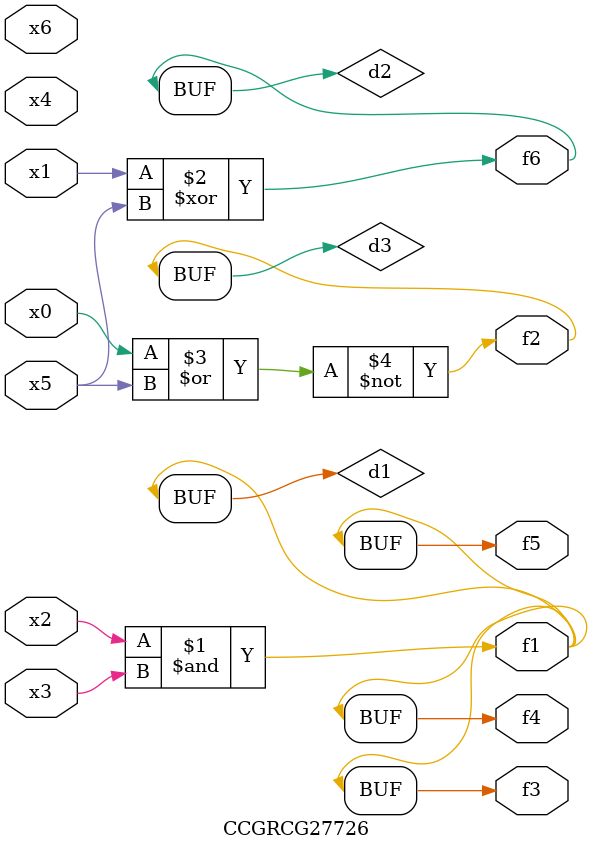
<source format=v>
module CCGRCG27726(
	input x0, x1, x2, x3, x4, x5, x6,
	output f1, f2, f3, f4, f5, f6
);

	wire d1, d2, d3;

	and (d1, x2, x3);
	xor (d2, x1, x5);
	nor (d3, x0, x5);
	assign f1 = d1;
	assign f2 = d3;
	assign f3 = d1;
	assign f4 = d1;
	assign f5 = d1;
	assign f6 = d2;
endmodule

</source>
